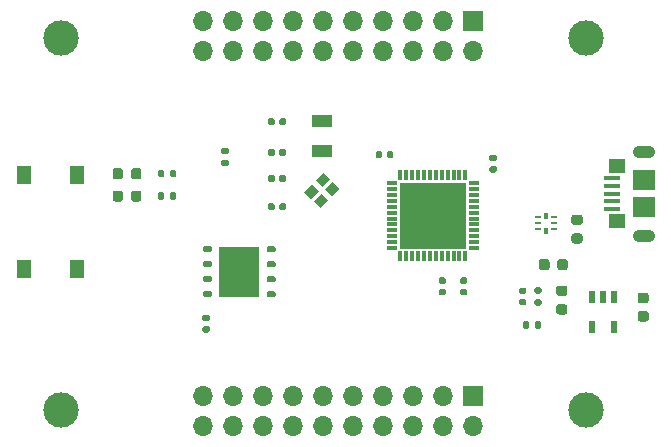
<source format=gbr>
%TF.GenerationSoftware,KiCad,Pcbnew,(5.1.9)-1*%
%TF.CreationDate,2021-08-30T23:08:19-04:00*%
%TF.ProjectId,STM32G491,53544d33-3247-4343-9931-2e6b69636164,rev?*%
%TF.SameCoordinates,Original*%
%TF.FileFunction,Soldermask,Top*%
%TF.FilePolarity,Negative*%
%FSLAX46Y46*%
G04 Gerber Fmt 4.6, Leading zero omitted, Abs format (unit mm)*
G04 Created by KiCad (PCBNEW (5.1.9)-1) date 2021-08-30 23:08:19*
%MOMM*%
%LPD*%
G01*
G04 APERTURE LIST*
%ADD10C,3.000000*%
%ADD11R,1.300000X1.550000*%
%ADD12R,1.450000X1.150000*%
%ADD13O,1.900000X1.050000*%
%ADD14R,1.900000X1.750000*%
%ADD15R,1.400000X0.400000*%
%ADD16R,5.700000X5.700000*%
%ADD17R,0.300000X0.850000*%
%ADD18R,0.850000X0.300000*%
%ADD19R,1.700000X1.700000*%
%ADD20O,1.700000X1.700000*%
%ADD21R,0.300000X0.600000*%
%ADD22R,0.550000X0.250000*%
%ADD23R,0.550000X0.200000*%
%ADD24R,3.400000X4.300000*%
%ADD25C,0.100000*%
%ADD26R,0.600000X1.100000*%
%ADD27R,1.800000X1.000000*%
G04 APERTURE END LIST*
D10*
%TO.C,REF\u002A\u002A*%
X165100000Y-64250000D03*
%TD*%
%TO.C,REF\u002A\u002A*%
X165100000Y-95750000D03*
%TD*%
%TO.C,REF\u002A\u002A*%
X209600000Y-95750000D03*
%TD*%
%TO.C,REF\u002A\u002A*%
X209600000Y-64250000D03*
%TD*%
D11*
%TO.C,RST*%
X161950000Y-83730000D03*
X166450000Y-83730000D03*
X166450000Y-75770000D03*
X161950000Y-75770000D03*
%TD*%
%TO.C,R_RST1*%
G36*
G01*
X179185000Y-74060000D02*
X178815000Y-74060000D01*
G75*
G02*
X178680000Y-73925000I0J135000D01*
G01*
X178680000Y-73655000D01*
G75*
G02*
X178815000Y-73520000I135000J0D01*
G01*
X179185000Y-73520000D01*
G75*
G02*
X179320000Y-73655000I0J-135000D01*
G01*
X179320000Y-73925000D01*
G75*
G02*
X179185000Y-74060000I-135000J0D01*
G01*
G37*
G36*
G01*
X179185000Y-75080000D02*
X178815000Y-75080000D01*
G75*
G02*
X178680000Y-74945000I0J135000D01*
G01*
X178680000Y-74675000D01*
G75*
G02*
X178815000Y-74540000I135000J0D01*
G01*
X179185000Y-74540000D01*
G75*
G02*
X179320000Y-74675000I0J-135000D01*
G01*
X179320000Y-74945000D01*
G75*
G02*
X179185000Y-75080000I-135000J0D01*
G01*
G37*
%TD*%
%TO.C,R_LED_VERDE1*%
G36*
G01*
X173860000Y-75515000D02*
X173860000Y-75885000D01*
G75*
G02*
X173725000Y-76020000I-135000J0D01*
G01*
X173455000Y-76020000D01*
G75*
G02*
X173320000Y-75885000I0J135000D01*
G01*
X173320000Y-75515000D01*
G75*
G02*
X173455000Y-75380000I135000J0D01*
G01*
X173725000Y-75380000D01*
G75*
G02*
X173860000Y-75515000I0J-135000D01*
G01*
G37*
G36*
G01*
X174880000Y-75515000D02*
X174880000Y-75885000D01*
G75*
G02*
X174745000Y-76020000I-135000J0D01*
G01*
X174475000Y-76020000D01*
G75*
G02*
X174340000Y-75885000I0J135000D01*
G01*
X174340000Y-75515000D01*
G75*
G02*
X174475000Y-75380000I135000J0D01*
G01*
X174745000Y-75380000D01*
G75*
G02*
X174880000Y-75515000I0J-135000D01*
G01*
G37*
%TD*%
%TO.C,R_LED_ROJO1*%
G36*
G01*
X173860000Y-77415000D02*
X173860000Y-77785000D01*
G75*
G02*
X173725000Y-77920000I-135000J0D01*
G01*
X173455000Y-77920000D01*
G75*
G02*
X173320000Y-77785000I0J135000D01*
G01*
X173320000Y-77415000D01*
G75*
G02*
X173455000Y-77280000I135000J0D01*
G01*
X173725000Y-77280000D01*
G75*
G02*
X173860000Y-77415000I0J-135000D01*
G01*
G37*
G36*
G01*
X174880000Y-77415000D02*
X174880000Y-77785000D01*
G75*
G02*
X174745000Y-77920000I-135000J0D01*
G01*
X174475000Y-77920000D01*
G75*
G02*
X174340000Y-77785000I0J135000D01*
G01*
X174340000Y-77415000D01*
G75*
G02*
X174475000Y-77280000I135000J0D01*
G01*
X174745000Y-77280000D01*
G75*
G02*
X174880000Y-77415000I0J-135000D01*
G01*
G37*
%TD*%
%TO.C,Led Verde (PA0)*%
G36*
G01*
X171050000Y-75956250D02*
X171050000Y-75443750D01*
G75*
G02*
X171268750Y-75225000I218750J0D01*
G01*
X171706250Y-75225000D01*
G75*
G02*
X171925000Y-75443750I0J-218750D01*
G01*
X171925000Y-75956250D01*
G75*
G02*
X171706250Y-76175000I-218750J0D01*
G01*
X171268750Y-76175000D01*
G75*
G02*
X171050000Y-75956250I0J218750D01*
G01*
G37*
G36*
G01*
X169475000Y-75956250D02*
X169475000Y-75443750D01*
G75*
G02*
X169693750Y-75225000I218750J0D01*
G01*
X170131250Y-75225000D01*
G75*
G02*
X170350000Y-75443750I0J-218750D01*
G01*
X170350000Y-75956250D01*
G75*
G02*
X170131250Y-76175000I-218750J0D01*
G01*
X169693750Y-76175000D01*
G75*
G02*
X169475000Y-75956250I0J218750D01*
G01*
G37*
%TD*%
%TO.C,Led Rojo (PA1)*%
G36*
G01*
X171050000Y-77856250D02*
X171050000Y-77343750D01*
G75*
G02*
X171268750Y-77125000I218750J0D01*
G01*
X171706250Y-77125000D01*
G75*
G02*
X171925000Y-77343750I0J-218750D01*
G01*
X171925000Y-77856250D01*
G75*
G02*
X171706250Y-78075000I-218750J0D01*
G01*
X171268750Y-78075000D01*
G75*
G02*
X171050000Y-77856250I0J218750D01*
G01*
G37*
G36*
G01*
X169475000Y-77856250D02*
X169475000Y-77343750D01*
G75*
G02*
X169693750Y-77125000I218750J0D01*
G01*
X170131250Y-77125000D01*
G75*
G02*
X170350000Y-77343750I0J-218750D01*
G01*
X170350000Y-77856250D01*
G75*
G02*
X170131250Y-78075000I-218750J0D01*
G01*
X169693750Y-78075000D01*
G75*
G02*
X169475000Y-77856250I0J218750D01*
G01*
G37*
%TD*%
D12*
%TO.C,USB_IN1*%
X212220000Y-79720000D03*
X212220000Y-75080000D03*
D13*
X214450000Y-73825000D03*
X214450000Y-80975000D03*
D14*
X214450000Y-78525000D03*
D15*
X211800000Y-77400000D03*
X211800000Y-76750000D03*
X211800000Y-76100000D03*
X211800000Y-78700000D03*
X211800000Y-78050000D03*
D14*
X214450000Y-76275000D03*
%TD*%
D16*
%TO.C,STM32*%
X196600000Y-79250000D03*
D17*
X193850000Y-75800000D03*
X194350000Y-75800000D03*
X194850000Y-75800000D03*
X195350000Y-75800000D03*
X195850000Y-75800000D03*
X196350000Y-75800000D03*
X196850000Y-75800000D03*
X197350000Y-75800000D03*
X197850000Y-75800000D03*
X198350000Y-75800000D03*
X198850000Y-75800000D03*
X199350000Y-75800000D03*
D18*
X200050000Y-76500000D03*
X200050000Y-77000000D03*
X200050000Y-77500000D03*
X200050000Y-78000000D03*
X200050000Y-78500000D03*
X200050000Y-79000000D03*
X200050000Y-79500000D03*
X200050000Y-80000000D03*
X200050000Y-80500000D03*
X200050000Y-81000000D03*
X200050000Y-81500000D03*
X200050000Y-82000000D03*
D17*
X199350000Y-82700000D03*
X198850000Y-82700000D03*
X198350000Y-82700000D03*
X197850000Y-82700000D03*
X197350000Y-82700000D03*
X196850000Y-82700000D03*
X196350000Y-82700000D03*
X195850000Y-82700000D03*
X195350000Y-82700000D03*
X194850000Y-82700000D03*
X194350000Y-82700000D03*
X193850000Y-82700000D03*
D18*
X193150000Y-82000000D03*
X193150000Y-81500000D03*
X193150000Y-81000000D03*
X193150000Y-80500000D03*
X193150000Y-80000000D03*
X193150000Y-79500000D03*
X193150000Y-79000000D03*
X193150000Y-78500000D03*
X193150000Y-78000000D03*
X193150000Y-77500000D03*
X193150000Y-77000000D03*
X193150000Y-76500000D03*
%TD*%
%TO.C,R102*%
G36*
G01*
X205240000Y-88685000D02*
X205240000Y-88315000D01*
G75*
G02*
X205375000Y-88180000I135000J0D01*
G01*
X205645000Y-88180000D01*
G75*
G02*
X205780000Y-88315000I0J-135000D01*
G01*
X205780000Y-88685000D01*
G75*
G02*
X205645000Y-88820000I-135000J0D01*
G01*
X205375000Y-88820000D01*
G75*
G02*
X205240000Y-88685000I0J135000D01*
G01*
G37*
G36*
G01*
X204220000Y-88685000D02*
X204220000Y-88315000D01*
G75*
G02*
X204355000Y-88180000I135000J0D01*
G01*
X204625000Y-88180000D01*
G75*
G02*
X204760000Y-88315000I0J-135000D01*
G01*
X204760000Y-88685000D01*
G75*
G02*
X204625000Y-88820000I-135000J0D01*
G01*
X204355000Y-88820000D01*
G75*
G02*
X204220000Y-88685000I0J135000D01*
G01*
G37*
%TD*%
%TO.C,R101*%
G36*
G01*
X205685000Y-85860000D02*
X205315000Y-85860000D01*
G75*
G02*
X205180000Y-85725000I0J135000D01*
G01*
X205180000Y-85455000D01*
G75*
G02*
X205315000Y-85320000I135000J0D01*
G01*
X205685000Y-85320000D01*
G75*
G02*
X205820000Y-85455000I0J-135000D01*
G01*
X205820000Y-85725000D01*
G75*
G02*
X205685000Y-85860000I-135000J0D01*
G01*
G37*
G36*
G01*
X205685000Y-86880000D02*
X205315000Y-86880000D01*
G75*
G02*
X205180000Y-86745000I0J135000D01*
G01*
X205180000Y-86475000D01*
G75*
G02*
X205315000Y-86340000I135000J0D01*
G01*
X205685000Y-86340000D01*
G75*
G02*
X205820000Y-86475000I0J-135000D01*
G01*
X205820000Y-86745000D01*
G75*
G02*
X205685000Y-86880000I-135000J0D01*
G01*
G37*
%TD*%
%TO.C,L101*%
G36*
G01*
X207756250Y-86050000D02*
X207243750Y-86050000D01*
G75*
G02*
X207025000Y-85831250I0J218750D01*
G01*
X207025000Y-85393750D01*
G75*
G02*
X207243750Y-85175000I218750J0D01*
G01*
X207756250Y-85175000D01*
G75*
G02*
X207975000Y-85393750I0J-218750D01*
G01*
X207975000Y-85831250D01*
G75*
G02*
X207756250Y-86050000I-218750J0D01*
G01*
G37*
G36*
G01*
X207756250Y-87625000D02*
X207243750Y-87625000D01*
G75*
G02*
X207025000Y-87406250I0J218750D01*
G01*
X207025000Y-86968750D01*
G75*
G02*
X207243750Y-86750000I218750J0D01*
G01*
X207756250Y-86750000D01*
G75*
G02*
X207975000Y-86968750I0J-218750D01*
G01*
X207975000Y-87406250D01*
G75*
G02*
X207756250Y-87625000I-218750J0D01*
G01*
G37*
%TD*%
D19*
%TO.C,J2*%
X200000000Y-94550000D03*
D20*
X200000000Y-97090000D03*
X197460000Y-94550000D03*
X197460000Y-97090000D03*
X194920000Y-94550000D03*
X194920000Y-97090000D03*
X192380000Y-94550000D03*
X192380000Y-97090000D03*
X189840000Y-94550000D03*
X189840000Y-97090000D03*
X187300000Y-94550000D03*
X187300000Y-97090000D03*
X184760000Y-94550000D03*
X184760000Y-97090000D03*
X182220000Y-94550000D03*
X182220000Y-97090000D03*
X179680000Y-94550000D03*
X179680000Y-97090000D03*
X177140000Y-94550000D03*
X177140000Y-97090000D03*
%TD*%
%TO.C,J1*%
X177140000Y-65290000D03*
X177140000Y-62750000D03*
X179680000Y-65290000D03*
X179680000Y-62750000D03*
X182220000Y-65290000D03*
X182220000Y-62750000D03*
X184760000Y-65290000D03*
X184760000Y-62750000D03*
X187300000Y-65290000D03*
X187300000Y-62750000D03*
X189840000Y-65290000D03*
X189840000Y-62750000D03*
X192380000Y-65290000D03*
X192380000Y-62750000D03*
X194920000Y-65290000D03*
X194920000Y-62750000D03*
X197460000Y-65290000D03*
X197460000Y-62750000D03*
X200000000Y-65290000D03*
D19*
X200000000Y-62750000D03*
%TD*%
D21*
%TO.C,IC1*%
X206200000Y-80550000D03*
D22*
X205525000Y-80400000D03*
D23*
X205525000Y-79900000D03*
D22*
X205525000Y-79400000D03*
D21*
X206200000Y-79250000D03*
D22*
X206875000Y-79400000D03*
D23*
X206875000Y-79900000D03*
D22*
X206875000Y-80400000D03*
%TD*%
D24*
%TO.C,FLASH*%
X180200000Y-84000000D03*
G36*
G01*
X177875000Y-85780000D02*
X177875000Y-86030000D01*
G75*
G02*
X177750000Y-86155000I-125000J0D01*
G01*
X177250000Y-86155000D01*
G75*
G02*
X177125000Y-86030000I0J125000D01*
G01*
X177125000Y-85780000D01*
G75*
G02*
X177250000Y-85655000I125000J0D01*
G01*
X177750000Y-85655000D01*
G75*
G02*
X177875000Y-85780000I0J-125000D01*
G01*
G37*
G36*
G01*
X177875000Y-84510000D02*
X177875000Y-84760000D01*
G75*
G02*
X177750000Y-84885000I-125000J0D01*
G01*
X177250000Y-84885000D01*
G75*
G02*
X177125000Y-84760000I0J125000D01*
G01*
X177125000Y-84510000D01*
G75*
G02*
X177250000Y-84385000I125000J0D01*
G01*
X177750000Y-84385000D01*
G75*
G02*
X177875000Y-84510000I0J-125000D01*
G01*
G37*
G36*
G01*
X177875000Y-83240000D02*
X177875000Y-83490000D01*
G75*
G02*
X177750000Y-83615000I-125000J0D01*
G01*
X177250000Y-83615000D01*
G75*
G02*
X177125000Y-83490000I0J125000D01*
G01*
X177125000Y-83240000D01*
G75*
G02*
X177250000Y-83115000I125000J0D01*
G01*
X177750000Y-83115000D01*
G75*
G02*
X177875000Y-83240000I0J-125000D01*
G01*
G37*
G36*
G01*
X177875000Y-81970000D02*
X177875000Y-82220000D01*
G75*
G02*
X177750000Y-82345000I-125000J0D01*
G01*
X177250000Y-82345000D01*
G75*
G02*
X177125000Y-82220000I0J125000D01*
G01*
X177125000Y-81970000D01*
G75*
G02*
X177250000Y-81845000I125000J0D01*
G01*
X177750000Y-81845000D01*
G75*
G02*
X177875000Y-81970000I0J-125000D01*
G01*
G37*
G36*
G01*
X183275000Y-81970000D02*
X183275000Y-82220000D01*
G75*
G02*
X183150000Y-82345000I-125000J0D01*
G01*
X182650000Y-82345000D01*
G75*
G02*
X182525000Y-82220000I0J125000D01*
G01*
X182525000Y-81970000D01*
G75*
G02*
X182650000Y-81845000I125000J0D01*
G01*
X183150000Y-81845000D01*
G75*
G02*
X183275000Y-81970000I0J-125000D01*
G01*
G37*
G36*
G01*
X183275000Y-83240000D02*
X183275000Y-83490000D01*
G75*
G02*
X183150000Y-83615000I-125000J0D01*
G01*
X182650000Y-83615000D01*
G75*
G02*
X182525000Y-83490000I0J125000D01*
G01*
X182525000Y-83240000D01*
G75*
G02*
X182650000Y-83115000I125000J0D01*
G01*
X183150000Y-83115000D01*
G75*
G02*
X183275000Y-83240000I0J-125000D01*
G01*
G37*
G36*
G01*
X183275000Y-84510000D02*
X183275000Y-84760000D01*
G75*
G02*
X183150000Y-84885000I-125000J0D01*
G01*
X182650000Y-84885000D01*
G75*
G02*
X182525000Y-84760000I0J125000D01*
G01*
X182525000Y-84510000D01*
G75*
G02*
X182650000Y-84385000I125000J0D01*
G01*
X183150000Y-84385000D01*
G75*
G02*
X183275000Y-84510000I0J-125000D01*
G01*
G37*
G36*
G01*
X183275000Y-85780000D02*
X183275000Y-86030000D01*
G75*
G02*
X183150000Y-86155000I-125000J0D01*
G01*
X182650000Y-86155000D01*
G75*
G02*
X182525000Y-86030000I0J125000D01*
G01*
X182525000Y-85780000D01*
G75*
G02*
X182650000Y-85655000I125000J0D01*
G01*
X183150000Y-85655000D01*
G75*
G02*
X183275000Y-85780000I0J-125000D01*
G01*
G37*
%TD*%
%TO.C,EMI_VDDS_FILTER_USB1*%
G36*
G01*
X209056250Y-80050000D02*
X208543750Y-80050000D01*
G75*
G02*
X208325000Y-79831250I0J218750D01*
G01*
X208325000Y-79393750D01*
G75*
G02*
X208543750Y-79175000I218750J0D01*
G01*
X209056250Y-79175000D01*
G75*
G02*
X209275000Y-79393750I0J-218750D01*
G01*
X209275000Y-79831250D01*
G75*
G02*
X209056250Y-80050000I-218750J0D01*
G01*
G37*
G36*
G01*
X209056250Y-81625000D02*
X208543750Y-81625000D01*
G75*
G02*
X208325000Y-81406250I0J218750D01*
G01*
X208325000Y-80968750D01*
G75*
G02*
X208543750Y-80750000I218750J0D01*
G01*
X209056250Y-80750000D01*
G75*
G02*
X209275000Y-80968750I0J-218750D01*
G01*
X209275000Y-81406250D01*
G75*
G02*
X209056250Y-81625000I-218750J0D01*
G01*
G37*
%TD*%
D25*
%TO.C,Crystal_48MHz1*%
G36*
X188119238Y-76392893D02*
G01*
X188684924Y-76958579D01*
X188048528Y-77594975D01*
X187482842Y-77029289D01*
X188119238Y-76392893D01*
G37*
G36*
X187129289Y-77382842D02*
G01*
X187694975Y-77948528D01*
X187058579Y-78584924D01*
X186492893Y-78019238D01*
X187129289Y-77382842D01*
G37*
G36*
X186351472Y-76605025D02*
G01*
X186917158Y-77170711D01*
X186280762Y-77807107D01*
X185715076Y-77241421D01*
X186351472Y-76605025D01*
G37*
G36*
X187341421Y-75615076D02*
G01*
X187907107Y-76180762D01*
X187270711Y-76817158D01*
X186705025Y-76251472D01*
X187341421Y-75615076D01*
G37*
%TD*%
%TO.C,C2(opt)1*%
G36*
G01*
X183200000Y-78330000D02*
X183200000Y-78670000D01*
G75*
G02*
X183060000Y-78810000I-140000J0D01*
G01*
X182780000Y-78810000D01*
G75*
G02*
X182640000Y-78670000I0J140000D01*
G01*
X182640000Y-78330000D01*
G75*
G02*
X182780000Y-78190000I140000J0D01*
G01*
X183060000Y-78190000D01*
G75*
G02*
X183200000Y-78330000I0J-140000D01*
G01*
G37*
G36*
G01*
X184160000Y-78330000D02*
X184160000Y-78670000D01*
G75*
G02*
X184020000Y-78810000I-140000J0D01*
G01*
X183740000Y-78810000D01*
G75*
G02*
X183600000Y-78670000I0J140000D01*
G01*
X183600000Y-78330000D01*
G75*
G02*
X183740000Y-78190000I140000J0D01*
G01*
X184020000Y-78190000D01*
G75*
G02*
X184160000Y-78330000I0J-140000D01*
G01*
G37*
%TD*%
%TO.C,C1(opt)1*%
G36*
G01*
X183200000Y-75930000D02*
X183200000Y-76270000D01*
G75*
G02*
X183060000Y-76410000I-140000J0D01*
G01*
X182780000Y-76410000D01*
G75*
G02*
X182640000Y-76270000I0J140000D01*
G01*
X182640000Y-75930000D01*
G75*
G02*
X182780000Y-75790000I140000J0D01*
G01*
X183060000Y-75790000D01*
G75*
G02*
X183200000Y-75930000I0J-140000D01*
G01*
G37*
G36*
G01*
X184160000Y-75930000D02*
X184160000Y-76270000D01*
G75*
G02*
X184020000Y-76410000I-140000J0D01*
G01*
X183740000Y-76410000D01*
G75*
G02*
X183600000Y-76270000I0J140000D01*
G01*
X183600000Y-75930000D01*
G75*
G02*
X183740000Y-75790000I140000J0D01*
G01*
X184020000Y-75790000D01*
G75*
G02*
X184160000Y-75930000I0J-140000D01*
G01*
G37*
%TD*%
%TO.C,C203*%
G36*
G01*
X204370000Y-85900000D02*
X204030000Y-85900000D01*
G75*
G02*
X203890000Y-85760000I0J140000D01*
G01*
X203890000Y-85480000D01*
G75*
G02*
X204030000Y-85340000I140000J0D01*
G01*
X204370000Y-85340000D01*
G75*
G02*
X204510000Y-85480000I0J-140000D01*
G01*
X204510000Y-85760000D01*
G75*
G02*
X204370000Y-85900000I-140000J0D01*
G01*
G37*
G36*
G01*
X204370000Y-86860000D02*
X204030000Y-86860000D01*
G75*
G02*
X203890000Y-86720000I0J140000D01*
G01*
X203890000Y-86440000D01*
G75*
G02*
X204030000Y-86300000I140000J0D01*
G01*
X204370000Y-86300000D01*
G75*
G02*
X204510000Y-86440000I0J-140000D01*
G01*
X204510000Y-86720000D01*
G75*
G02*
X204370000Y-86860000I-140000J0D01*
G01*
G37*
%TD*%
%TO.C,C202*%
G36*
G01*
X207125000Y-83650000D02*
X207125000Y-83150000D01*
G75*
G02*
X207350000Y-82925000I225000J0D01*
G01*
X207800000Y-82925000D01*
G75*
G02*
X208025000Y-83150000I0J-225000D01*
G01*
X208025000Y-83650000D01*
G75*
G02*
X207800000Y-83875000I-225000J0D01*
G01*
X207350000Y-83875000D01*
G75*
G02*
X207125000Y-83650000I0J225000D01*
G01*
G37*
G36*
G01*
X205575000Y-83650000D02*
X205575000Y-83150000D01*
G75*
G02*
X205800000Y-82925000I225000J0D01*
G01*
X206250000Y-82925000D01*
G75*
G02*
X206475000Y-83150000I0J-225000D01*
G01*
X206475000Y-83650000D01*
G75*
G02*
X206250000Y-83875000I-225000J0D01*
G01*
X205800000Y-83875000D01*
G75*
G02*
X205575000Y-83650000I0J225000D01*
G01*
G37*
%TD*%
%TO.C,C201*%
G36*
G01*
X214650000Y-86675000D02*
X214150000Y-86675000D01*
G75*
G02*
X213925000Y-86450000I0J225000D01*
G01*
X213925000Y-86000000D01*
G75*
G02*
X214150000Y-85775000I225000J0D01*
G01*
X214650000Y-85775000D01*
G75*
G02*
X214875000Y-86000000I0J-225000D01*
G01*
X214875000Y-86450000D01*
G75*
G02*
X214650000Y-86675000I-225000J0D01*
G01*
G37*
G36*
G01*
X214650000Y-88225000D02*
X214150000Y-88225000D01*
G75*
G02*
X213925000Y-88000000I0J225000D01*
G01*
X213925000Y-87550000D01*
G75*
G02*
X214150000Y-87325000I225000J0D01*
G01*
X214650000Y-87325000D01*
G75*
G02*
X214875000Y-87550000I0J-225000D01*
G01*
X214875000Y-88000000D01*
G75*
G02*
X214650000Y-88225000I-225000J0D01*
G01*
G37*
%TD*%
%TO.C,C105*%
G36*
G01*
X177230000Y-88600000D02*
X177570000Y-88600000D01*
G75*
G02*
X177710000Y-88740000I0J-140000D01*
G01*
X177710000Y-89020000D01*
G75*
G02*
X177570000Y-89160000I-140000J0D01*
G01*
X177230000Y-89160000D01*
G75*
G02*
X177090000Y-89020000I0J140000D01*
G01*
X177090000Y-88740000D01*
G75*
G02*
X177230000Y-88600000I140000J0D01*
G01*
G37*
G36*
G01*
X177230000Y-87640000D02*
X177570000Y-87640000D01*
G75*
G02*
X177710000Y-87780000I0J-140000D01*
G01*
X177710000Y-88060000D01*
G75*
G02*
X177570000Y-88200000I-140000J0D01*
G01*
X177230000Y-88200000D01*
G75*
G02*
X177090000Y-88060000I0J140000D01*
G01*
X177090000Y-87780000D01*
G75*
G02*
X177230000Y-87640000I140000J0D01*
G01*
G37*
%TD*%
%TO.C,C104*%
G36*
G01*
X197570000Y-85050000D02*
X197230000Y-85050000D01*
G75*
G02*
X197090000Y-84910000I0J140000D01*
G01*
X197090000Y-84630000D01*
G75*
G02*
X197230000Y-84490000I140000J0D01*
G01*
X197570000Y-84490000D01*
G75*
G02*
X197710000Y-84630000I0J-140000D01*
G01*
X197710000Y-84910000D01*
G75*
G02*
X197570000Y-85050000I-140000J0D01*
G01*
G37*
G36*
G01*
X197570000Y-86010000D02*
X197230000Y-86010000D01*
G75*
G02*
X197090000Y-85870000I0J140000D01*
G01*
X197090000Y-85590000D01*
G75*
G02*
X197230000Y-85450000I140000J0D01*
G01*
X197570000Y-85450000D01*
G75*
G02*
X197710000Y-85590000I0J-140000D01*
G01*
X197710000Y-85870000D01*
G75*
G02*
X197570000Y-86010000I-140000J0D01*
G01*
G37*
%TD*%
%TO.C,C103*%
G36*
G01*
X192700000Y-74270000D02*
X192700000Y-73930000D01*
G75*
G02*
X192840000Y-73790000I140000J0D01*
G01*
X193120000Y-73790000D01*
G75*
G02*
X193260000Y-73930000I0J-140000D01*
G01*
X193260000Y-74270000D01*
G75*
G02*
X193120000Y-74410000I-140000J0D01*
G01*
X192840000Y-74410000D01*
G75*
G02*
X192700000Y-74270000I0J140000D01*
G01*
G37*
G36*
G01*
X191740000Y-74270000D02*
X191740000Y-73930000D01*
G75*
G02*
X191880000Y-73790000I140000J0D01*
G01*
X192160000Y-73790000D01*
G75*
G02*
X192300000Y-73930000I0J-140000D01*
G01*
X192300000Y-74270000D01*
G75*
G02*
X192160000Y-74410000I-140000J0D01*
G01*
X191880000Y-74410000D01*
G75*
G02*
X191740000Y-74270000I0J140000D01*
G01*
G37*
%TD*%
%TO.C,C102*%
G36*
G01*
X201530000Y-75050000D02*
X201870000Y-75050000D01*
G75*
G02*
X202010000Y-75190000I0J-140000D01*
G01*
X202010000Y-75470000D01*
G75*
G02*
X201870000Y-75610000I-140000J0D01*
G01*
X201530000Y-75610000D01*
G75*
G02*
X201390000Y-75470000I0J140000D01*
G01*
X201390000Y-75190000D01*
G75*
G02*
X201530000Y-75050000I140000J0D01*
G01*
G37*
G36*
G01*
X201530000Y-74090000D02*
X201870000Y-74090000D01*
G75*
G02*
X202010000Y-74230000I0J-140000D01*
G01*
X202010000Y-74510000D01*
G75*
G02*
X201870000Y-74650000I-140000J0D01*
G01*
X201530000Y-74650000D01*
G75*
G02*
X201390000Y-74510000I0J140000D01*
G01*
X201390000Y-74230000D01*
G75*
G02*
X201530000Y-74090000I140000J0D01*
G01*
G37*
%TD*%
%TO.C,C101*%
G36*
G01*
X199370000Y-85050000D02*
X199030000Y-85050000D01*
G75*
G02*
X198890000Y-84910000I0J140000D01*
G01*
X198890000Y-84630000D01*
G75*
G02*
X199030000Y-84490000I140000J0D01*
G01*
X199370000Y-84490000D01*
G75*
G02*
X199510000Y-84630000I0J-140000D01*
G01*
X199510000Y-84910000D01*
G75*
G02*
X199370000Y-85050000I-140000J0D01*
G01*
G37*
G36*
G01*
X199370000Y-86010000D02*
X199030000Y-86010000D01*
G75*
G02*
X198890000Y-85870000I0J140000D01*
G01*
X198890000Y-85590000D01*
G75*
G02*
X199030000Y-85450000I140000J0D01*
G01*
X199370000Y-85450000D01*
G75*
G02*
X199510000Y-85590000I0J-140000D01*
G01*
X199510000Y-85870000D01*
G75*
G02*
X199370000Y-86010000I-140000J0D01*
G01*
G37*
%TD*%
%TO.C,C4*%
G36*
G01*
X183200000Y-73730000D02*
X183200000Y-74070000D01*
G75*
G02*
X183060000Y-74210000I-140000J0D01*
G01*
X182780000Y-74210000D01*
G75*
G02*
X182640000Y-74070000I0J140000D01*
G01*
X182640000Y-73730000D01*
G75*
G02*
X182780000Y-73590000I140000J0D01*
G01*
X183060000Y-73590000D01*
G75*
G02*
X183200000Y-73730000I0J-140000D01*
G01*
G37*
G36*
G01*
X184160000Y-73730000D02*
X184160000Y-74070000D01*
G75*
G02*
X184020000Y-74210000I-140000J0D01*
G01*
X183740000Y-74210000D01*
G75*
G02*
X183600000Y-74070000I0J140000D01*
G01*
X183600000Y-73730000D01*
G75*
G02*
X183740000Y-73590000I140000J0D01*
G01*
X184020000Y-73590000D01*
G75*
G02*
X184160000Y-73730000I0J-140000D01*
G01*
G37*
%TD*%
%TO.C,C3*%
G36*
G01*
X183200000Y-71130000D02*
X183200000Y-71470000D01*
G75*
G02*
X183060000Y-71610000I-140000J0D01*
G01*
X182780000Y-71610000D01*
G75*
G02*
X182640000Y-71470000I0J140000D01*
G01*
X182640000Y-71130000D01*
G75*
G02*
X182780000Y-70990000I140000J0D01*
G01*
X183060000Y-70990000D01*
G75*
G02*
X183200000Y-71130000I0J-140000D01*
G01*
G37*
G36*
G01*
X184160000Y-71130000D02*
X184160000Y-71470000D01*
G75*
G02*
X184020000Y-71610000I-140000J0D01*
G01*
X183740000Y-71610000D01*
G75*
G02*
X183600000Y-71470000I0J140000D01*
G01*
X183600000Y-71130000D01*
G75*
G02*
X183740000Y-70990000I140000J0D01*
G01*
X184020000Y-70990000D01*
G75*
G02*
X184160000Y-71130000I0J-140000D01*
G01*
G37*
%TD*%
D26*
%TO.C,BUCK3.3*%
X211950000Y-88700000D03*
X210050000Y-88700000D03*
X210050000Y-86100000D03*
X211000000Y-86100000D03*
X211950000Y-86100000D03*
%TD*%
D27*
%TO.C,32KHz_Crystal1*%
X187200000Y-73750000D03*
X187200000Y-71250000D03*
%TD*%
M02*

</source>
